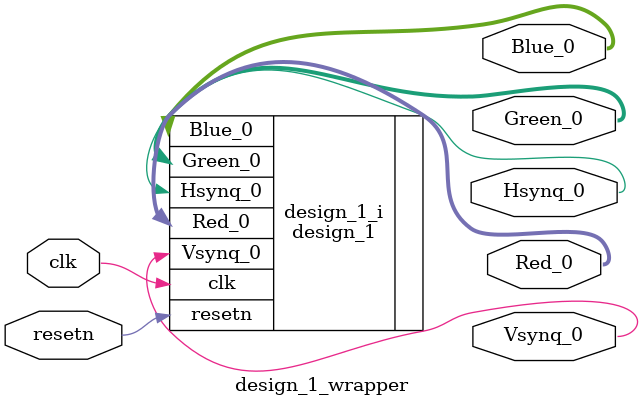
<source format=v>
`timescale 1 ps / 1 ps

module design_1_wrapper
   (Blue_0,
    Green_0,
    Hsynq_0,
    Red_0,
    Vsynq_0,
    clk,
    resetn);
  output [3:0]Blue_0;
  output [3:0]Green_0;
  output Hsynq_0;
  output [3:0]Red_0;
  output Vsynq_0;
  input clk;
  input resetn;

  wire [3:0]Blue_0;
  wire [3:0]Green_0;
  wire Hsynq_0;
  wire [3:0]Red_0;
  wire Vsynq_0;
  wire clk;
  wire resetn;

  design_1 design_1_i
       (.Blue_0(Blue_0),
        .Green_0(Green_0),
        .Hsynq_0(Hsynq_0),
        .Red_0(Red_0),
        .Vsynq_0(Vsynq_0),
        .clk(clk),
        .resetn(resetn));
endmodule

</source>
